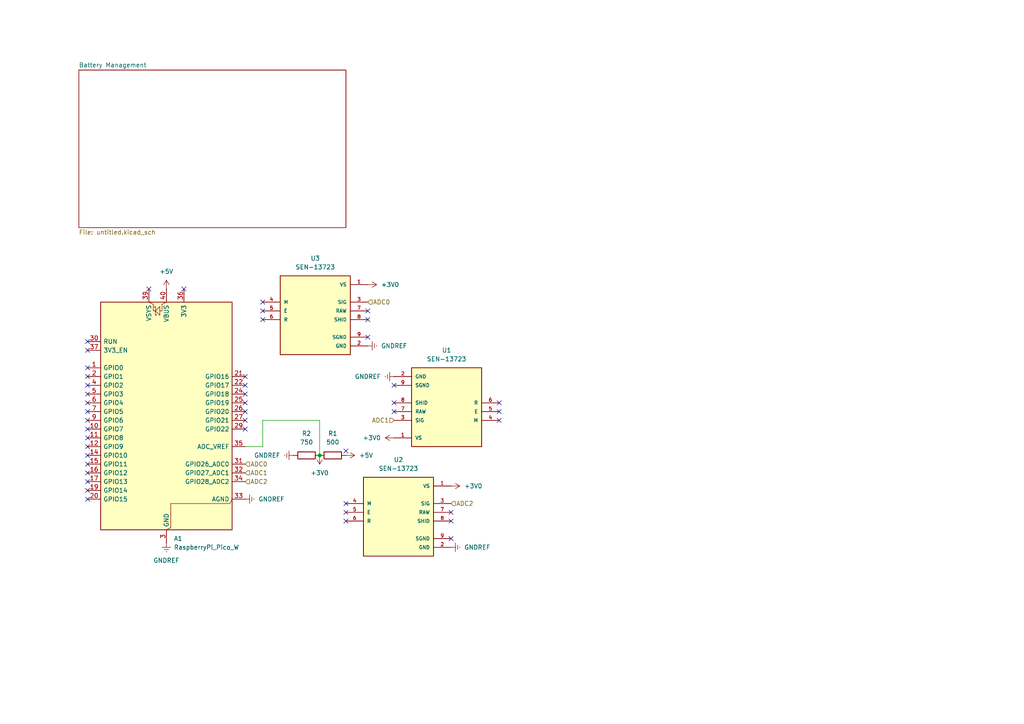
<source format=kicad_sch>
(kicad_sch
	(version 20250114)
	(generator "eeschema")
	(generator_version "9.0")
	(uuid "5e51a07a-a670-43a8-adb6-369afe25155d")
	(paper "A4")
	(lib_symbols
		(symbol "Device:R"
			(pin_numbers
				(hide yes)
			)
			(pin_names
				(offset 0)
			)
			(exclude_from_sim no)
			(in_bom yes)
			(on_board yes)
			(property "Reference" "R"
				(at 2.032 0 90)
				(effects
					(font
						(size 1.27 1.27)
					)
				)
			)
			(property "Value" "R"
				(at 0 0 90)
				(effects
					(font
						(size 1.27 1.27)
					)
				)
			)
			(property "Footprint" ""
				(at -1.778 0 90)
				(effects
					(font
						(size 1.27 1.27)
					)
					(hide yes)
				)
			)
			(property "Datasheet" "~"
				(at 0 0 0)
				(effects
					(font
						(size 1.27 1.27)
					)
					(hide yes)
				)
			)
			(property "Description" "Resistor"
				(at 0 0 0)
				(effects
					(font
						(size 1.27 1.27)
					)
					(hide yes)
				)
			)
			(property "ki_keywords" "R res resistor"
				(at 0 0 0)
				(effects
					(font
						(size 1.27 1.27)
					)
					(hide yes)
				)
			)
			(property "ki_fp_filters" "R_*"
				(at 0 0 0)
				(effects
					(font
						(size 1.27 1.27)
					)
					(hide yes)
				)
			)
			(symbol "R_0_1"
				(rectangle
					(start -1.016 -2.54)
					(end 1.016 2.54)
					(stroke
						(width 0.254)
						(type default)
					)
					(fill
						(type none)
					)
				)
			)
			(symbol "R_1_1"
				(pin passive line
					(at 0 3.81 270)
					(length 1.27)
					(name "~"
						(effects
							(font
								(size 1.27 1.27)
							)
						)
					)
					(number "1"
						(effects
							(font
								(size 1.27 1.27)
							)
						)
					)
				)
				(pin passive line
					(at 0 -3.81 90)
					(length 1.27)
					(name "~"
						(effects
							(font
								(size 1.27 1.27)
							)
						)
					)
					(number "2"
						(effects
							(font
								(size 1.27 1.27)
							)
						)
					)
				)
			)
			(embedded_fonts no)
		)
		(symbol "MCU_Module:RaspberryPi_Pico_W"
			(pin_names
				(offset 0.762)
			)
			(exclude_from_sim no)
			(in_bom yes)
			(on_board yes)
			(property "Reference" "A"
				(at -19.05 35.56 0)
				(effects
					(font
						(size 1.27 1.27)
					)
					(justify left)
				)
			)
			(property "Value" "RaspberryPi_Pico_W"
				(at 7.62 35.56 0)
				(effects
					(font
						(size 1.27 1.27)
					)
					(justify left)
				)
			)
			(property "Footprint" "Module:RaspberryPi_Pico_W_SMD_HandSolder"
				(at 0 -46.99 0)
				(effects
					(font
						(size 1.27 1.27)
					)
					(hide yes)
				)
			)
			(property "Datasheet" "https://datasheets.raspberrypi.com/picow/pico-w-datasheet.pdf"
				(at 0 -49.53 0)
				(effects
					(font
						(size 1.27 1.27)
					)
					(hide yes)
				)
			)
			(property "Description" "Versatile and inexpensive wireless microcontroller module powered by RP2040 dual-core Arm Cortex-M0+ processor up to 133 MHz, 264kB SRAM, 2MB QSPI flash, Infineon CYW43439 2.4GHz 802.11n wireless LAN; also supports Raspberry Pi Pico 2 W"
				(at 0 -52.07 0)
				(effects
					(font
						(size 1.27 1.27)
					)
					(hide yes)
				)
			)
			(property "ki_keywords" "RP2350A M33 RISC-V Hazard3 usb wifi bluetooth"
				(at 0 0 0)
				(effects
					(font
						(size 1.27 1.27)
					)
					(hide yes)
				)
			)
			(property "ki_fp_filters" "RaspberryPi?Pico?Common* RaspberryPi?Pico?W?SMD*"
				(at 0 0 0)
				(effects
					(font
						(size 1.27 1.27)
					)
					(hide yes)
				)
			)
			(symbol "RaspberryPi_Pico_W_0_1"
				(rectangle
					(start -19.05 34.29)
					(end 19.05 -31.75)
					(stroke
						(width 0.254)
						(type default)
					)
					(fill
						(type background)
					)
				)
				(polyline
					(pts
						(xy -5.08 34.29) (xy -3.81 33.655) (xy -3.81 31.75) (xy -3.175 31.75)
					)
					(stroke
						(width 0)
						(type default)
					)
					(fill
						(type none)
					)
				)
				(polyline
					(pts
						(xy -3.429 32.766) (xy -3.429 33.02) (xy -3.175 33.02) (xy -3.175 30.48) (xy -2.921 30.48) (xy -2.921 30.734)
					)
					(stroke
						(width 0)
						(type default)
					)
					(fill
						(type none)
					)
				)
				(polyline
					(pts
						(xy -3.175 31.75) (xy -1.905 33.02) (xy -1.905 30.48) (xy -3.175 31.75)
					)
					(stroke
						(width 0)
						(type default)
					)
					(fill
						(type none)
					)
				)
				(polyline
					(pts
						(xy 0 34.29) (xy -1.27 33.655) (xy -1.27 31.75) (xy -1.905 31.75)
					)
					(stroke
						(width 0)
						(type default)
					)
					(fill
						(type none)
					)
				)
				(polyline
					(pts
						(xy 0 -31.75) (xy 1.27 -31.115) (xy 1.27 -24.13) (xy 18.415 -24.13) (xy 19.05 -22.86)
					)
					(stroke
						(width 0)
						(type default)
					)
					(fill
						(type none)
					)
				)
			)
			(symbol "RaspberryPi_Pico_W_1_1"
				(pin passive line
					(at -22.86 22.86 0)
					(length 3.81)
					(name "RUN"
						(effects
							(font
								(size 1.27 1.27)
							)
						)
					)
					(number "30"
						(effects
							(font
								(size 1.27 1.27)
							)
						)
					)
					(alternate "~{RESET}" passive line)
				)
				(pin passive line
					(at -22.86 20.32 0)
					(length 3.81)
					(name "3V3_EN"
						(effects
							(font
								(size 1.27 1.27)
							)
						)
					)
					(number "37"
						(effects
							(font
								(size 1.27 1.27)
							)
						)
					)
					(alternate "~{3V3_DISABLE}" passive line)
				)
				(pin bidirectional line
					(at -22.86 15.24 0)
					(length 3.81)
					(name "GPIO0"
						(effects
							(font
								(size 1.27 1.27)
							)
						)
					)
					(number "1"
						(effects
							(font
								(size 1.27 1.27)
							)
						)
					)
					(alternate "I2C0_SDA" bidirectional line)
					(alternate "PWM0_A" output line)
					(alternate "SPI0_RX" input line)
					(alternate "UART0_TX" output line)
					(alternate "USB_OVCUR_DET" input line)
				)
				(pin bidirectional line
					(at -22.86 12.7 0)
					(length 3.81)
					(name "GPIO1"
						(effects
							(font
								(size 1.27 1.27)
							)
						)
					)
					(number "2"
						(effects
							(font
								(size 1.27 1.27)
							)
						)
					)
					(alternate "I2C0_SCL" bidirectional clock)
					(alternate "PWM0_B" bidirectional line)
					(alternate "UART0_RX" input line)
					(alternate "USB_VBUS_DET" passive line)
					(alternate "~{SPI0_CSn}" bidirectional line)
				)
				(pin bidirectional line
					(at -22.86 10.16 0)
					(length 3.81)
					(name "GPIO2"
						(effects
							(font
								(size 1.27 1.27)
							)
						)
					)
					(number "4"
						(effects
							(font
								(size 1.27 1.27)
							)
						)
					)
					(alternate "I2C1_SDA" bidirectional line)
					(alternate "PWM1_A" output line)
					(alternate "SPI0_SCK" bidirectional clock)
					(alternate "UART0_CTS" input line)
					(alternate "USB_VBUS_EN" output line)
				)
				(pin bidirectional line
					(at -22.86 7.62 0)
					(length 3.81)
					(name "GPIO3"
						(effects
							(font
								(size 1.27 1.27)
							)
						)
					)
					(number "5"
						(effects
							(font
								(size 1.27 1.27)
							)
						)
					)
					(alternate "I2C1_SCL" bidirectional clock)
					(alternate "PWM1_B" bidirectional line)
					(alternate "SPI0_TX" output line)
					(alternate "UART0_RTS" output line)
					(alternate "USB_OVCUR_DET" input line)
				)
				(pin bidirectional line
					(at -22.86 5.08 0)
					(length 3.81)
					(name "GPIO4"
						(effects
							(font
								(size 1.27 1.27)
							)
						)
					)
					(number "6"
						(effects
							(font
								(size 1.27 1.27)
							)
						)
					)
					(alternate "I2C0_SDA" bidirectional line)
					(alternate "PWM2_A" output line)
					(alternate "SPI0_RX" input line)
					(alternate "UART1_TX" output line)
					(alternate "USB_VBUS_DET" input line)
				)
				(pin bidirectional line
					(at -22.86 2.54 0)
					(length 3.81)
					(name "GPIO5"
						(effects
							(font
								(size 1.27 1.27)
							)
						)
					)
					(number "7"
						(effects
							(font
								(size 1.27 1.27)
							)
						)
					)
					(alternate "I2C0_SCL" bidirectional clock)
					(alternate "PWM2_B" bidirectional line)
					(alternate "UART1_RX" input line)
					(alternate "USB_VBUS_EN" output line)
					(alternate "~{SPI0_CSn}" bidirectional line)
				)
				(pin bidirectional line
					(at -22.86 0 0)
					(length 3.81)
					(name "GPIO6"
						(effects
							(font
								(size 1.27 1.27)
							)
						)
					)
					(number "9"
						(effects
							(font
								(size 1.27 1.27)
							)
						)
					)
					(alternate "I2C1_SDA" bidirectional line)
					(alternate "PWM3_A" output line)
					(alternate "SPI0_SCK" bidirectional clock)
					(alternate "UART1_CTS" input line)
					(alternate "USB_OVCUR_DET" input line)
				)
				(pin bidirectional line
					(at -22.86 -2.54 0)
					(length 3.81)
					(name "GPIO7"
						(effects
							(font
								(size 1.27 1.27)
							)
						)
					)
					(number "10"
						(effects
							(font
								(size 1.27 1.27)
							)
						)
					)
					(alternate "I2C1_SCL" bidirectional clock)
					(alternate "PWM3_B" bidirectional line)
					(alternate "SPI0_TX" output line)
					(alternate "UART1_RTS" output line)
					(alternate "USB_VBUS_DET" input line)
				)
				(pin bidirectional line
					(at -22.86 -5.08 0)
					(length 3.81)
					(name "GPIO8"
						(effects
							(font
								(size 1.27 1.27)
							)
						)
					)
					(number "11"
						(effects
							(font
								(size 1.27 1.27)
							)
						)
					)
					(alternate "I2C0_SDA" bidirectional line)
					(alternate "PWM4_A" output line)
					(alternate "SPI1_RX" input line)
					(alternate "UART1_TX" output line)
					(alternate "USB_VBUS_EN" output line)
				)
				(pin bidirectional line
					(at -22.86 -7.62 0)
					(length 3.81)
					(name "GPIO9"
						(effects
							(font
								(size 1.27 1.27)
							)
						)
					)
					(number "12"
						(effects
							(font
								(size 1.27 1.27)
							)
						)
					)
					(alternate "I2C0_SCL" bidirectional clock)
					(alternate "PWM4_B" bidirectional line)
					(alternate "UART1_RX" input line)
					(alternate "USB_OVCUR_DET" input line)
					(alternate "~{SPI1_CSn}" bidirectional line)
				)
				(pin bidirectional line
					(at -22.86 -10.16 0)
					(length 3.81)
					(name "GPIO10"
						(effects
							(font
								(size 1.27 1.27)
							)
						)
					)
					(number "14"
						(effects
							(font
								(size 1.27 1.27)
							)
						)
					)
					(alternate "I2C1_SDA" bidirectional line)
					(alternate "PWM5_A" output line)
					(alternate "SPI1_SCK" bidirectional clock)
					(alternate "UART1_CTS" input line)
					(alternate "USB_VBUS_DET" input line)
				)
				(pin bidirectional line
					(at -22.86 -12.7 0)
					(length 3.81)
					(name "GPIO11"
						(effects
							(font
								(size 1.27 1.27)
							)
						)
					)
					(number "15"
						(effects
							(font
								(size 1.27 1.27)
							)
						)
					)
					(alternate "I2C1_SCL" bidirectional clock)
					(alternate "PWM5_B" bidirectional line)
					(alternate "SPI1_TX" output line)
					(alternate "UART1_RTS" output line)
					(alternate "USB_VBUS_EN" output line)
				)
				(pin bidirectional line
					(at -22.86 -15.24 0)
					(length 3.81)
					(name "GPIO12"
						(effects
							(font
								(size 1.27 1.27)
							)
						)
					)
					(number "16"
						(effects
							(font
								(size 1.27 1.27)
							)
						)
					)
					(alternate "I2C0_SDA" bidirectional line)
					(alternate "PWM6_A" output line)
					(alternate "SPI1_RX" input line)
					(alternate "UART0_TX" output line)
					(alternate "USB_OVCUR_DET" input line)
				)
				(pin bidirectional line
					(at -22.86 -17.78 0)
					(length 3.81)
					(name "GPIO13"
						(effects
							(font
								(size 1.27 1.27)
							)
						)
					)
					(number "17"
						(effects
							(font
								(size 1.27 1.27)
							)
						)
					)
					(alternate "I2C0_SCL" bidirectional clock)
					(alternate "PWM6_B" bidirectional line)
					(alternate "UART0_RX" input line)
					(alternate "USB_VBUS_DET" input line)
					(alternate "~{SPI1_CSn}" bidirectional line)
				)
				(pin bidirectional line
					(at -22.86 -20.32 0)
					(length 3.81)
					(name "GPIO14"
						(effects
							(font
								(size 1.27 1.27)
							)
						)
					)
					(number "19"
						(effects
							(font
								(size 1.27 1.27)
							)
						)
					)
					(alternate "I2C1_SDA" bidirectional line)
					(alternate "PWM7_A" output line)
					(alternate "SPI1_SCK" bidirectional clock)
					(alternate "UART0_CTS" input line)
					(alternate "USB_VBUS_EN" output line)
				)
				(pin bidirectional line
					(at -22.86 -22.86 0)
					(length 3.81)
					(name "GPIO15"
						(effects
							(font
								(size 1.27 1.27)
							)
						)
					)
					(number "20"
						(effects
							(font
								(size 1.27 1.27)
							)
						)
					)
					(alternate "I2C1_SCL" bidirectional clock)
					(alternate "PWM7_B" bidirectional line)
					(alternate "SPI1_TX" output line)
					(alternate "UART0_RTS" output line)
					(alternate "USB_OVCUR_DET" input line)
				)
				(pin power_in line
					(at -5.08 38.1 270)
					(length 3.81)
					(name "VSYS"
						(effects
							(font
								(size 1.27 1.27)
							)
						)
					)
					(number "39"
						(effects
							(font
								(size 1.27 1.27)
							)
						)
					)
					(alternate "VSYS_OUT" power_out line)
				)
				(pin power_out line
					(at 0 38.1 270)
					(length 3.81)
					(name "VBUS"
						(effects
							(font
								(size 1.27 1.27)
							)
						)
					)
					(number "40"
						(effects
							(font
								(size 1.27 1.27)
							)
						)
					)
					(alternate "VBUS_IN" power_in line)
				)
				(pin passive line
					(at 0 -35.56 90)
					(length 3.81)
					(hide yes)
					(name "GND"
						(effects
							(font
								(size 1.27 1.27)
							)
						)
					)
					(number "13"
						(effects
							(font
								(size 1.27 1.27)
							)
						)
					)
				)
				(pin passive line
					(at 0 -35.56 90)
					(length 3.81)
					(hide yes)
					(name "GND"
						(effects
							(font
								(size 1.27 1.27)
							)
						)
					)
					(number "18"
						(effects
							(font
								(size 1.27 1.27)
							)
						)
					)
				)
				(pin passive line
					(at 0 -35.56 90)
					(length 3.81)
					(hide yes)
					(name "GND"
						(effects
							(font
								(size 1.27 1.27)
							)
						)
					)
					(number "23"
						(effects
							(font
								(size 1.27 1.27)
							)
						)
					)
				)
				(pin passive line
					(at 0 -35.56 90)
					(length 3.81)
					(hide yes)
					(name "GND"
						(effects
							(font
								(size 1.27 1.27)
							)
						)
					)
					(number "28"
						(effects
							(font
								(size 1.27 1.27)
							)
						)
					)
				)
				(pin power_out line
					(at 0 -35.56 90)
					(length 3.81)
					(name "GND"
						(effects
							(font
								(size 1.27 1.27)
							)
						)
					)
					(number "3"
						(effects
							(font
								(size 1.27 1.27)
							)
						)
					)
					(alternate "GND_IN" power_in line)
				)
				(pin passive line
					(at 0 -35.56 90)
					(length 3.81)
					(hide yes)
					(name "GND"
						(effects
							(font
								(size 1.27 1.27)
							)
						)
					)
					(number "38"
						(effects
							(font
								(size 1.27 1.27)
							)
						)
					)
				)
				(pin passive line
					(at 0 -35.56 90)
					(length 3.81)
					(hide yes)
					(name "GND"
						(effects
							(font
								(size 1.27 1.27)
							)
						)
					)
					(number "8"
						(effects
							(font
								(size 1.27 1.27)
							)
						)
					)
				)
				(pin power_out line
					(at 5.08 38.1 270)
					(length 3.81)
					(name "3V3"
						(effects
							(font
								(size 1.27 1.27)
							)
						)
					)
					(number "36"
						(effects
							(font
								(size 1.27 1.27)
							)
						)
					)
				)
				(pin bidirectional line
					(at 22.86 12.7 180)
					(length 3.81)
					(name "GPIO16"
						(effects
							(font
								(size 1.27 1.27)
							)
						)
					)
					(number "21"
						(effects
							(font
								(size 1.27 1.27)
							)
						)
					)
					(alternate "I2C0_SDA" bidirectional line)
					(alternate "PWM0_A" output line)
					(alternate "SPI0_RX" input line)
					(alternate "UART0_TX" output line)
					(alternate "USB_VBUS_DET" input line)
				)
				(pin bidirectional line
					(at 22.86 10.16 180)
					(length 3.81)
					(name "GPIO17"
						(effects
							(font
								(size 1.27 1.27)
							)
						)
					)
					(number "22"
						(effects
							(font
								(size 1.27 1.27)
							)
						)
					)
					(alternate "I2C0_SCL" bidirectional clock)
					(alternate "PWM0_B" bidirectional line)
					(alternate "UART0_RX" input line)
					(alternate "USB_VBUS_EN" output line)
					(alternate "~{SPI0_CSn}" bidirectional line)
				)
				(pin bidirectional line
					(at 22.86 7.62 180)
					(length 3.81)
					(name "GPIO18"
						(effects
							(font
								(size 1.27 1.27)
							)
						)
					)
					(number "24"
						(effects
							(font
								(size 1.27 1.27)
							)
						)
					)
					(alternate "I2C1_SDA" bidirectional line)
					(alternate "PWM1_A" output line)
					(alternate "SPI0_SCK" bidirectional clock)
					(alternate "UART0_CTS" input line)
					(alternate "USB_OVCUR_DET" input line)
				)
				(pin bidirectional line
					(at 22.86 5.08 180)
					(length 3.81)
					(name "GPIO19"
						(effects
							(font
								(size 1.27 1.27)
							)
						)
					)
					(number "25"
						(effects
							(font
								(size 1.27 1.27)
							)
						)
					)
					(alternate "I2C1_SCL" bidirectional clock)
					(alternate "PWM1_B" bidirectional line)
					(alternate "SPI0_TX" output line)
					(alternate "UART0_RTS" output line)
					(alternate "USB_VBUS_DET" input line)
				)
				(pin bidirectional line
					(at 22.86 2.54 180)
					(length 3.81)
					(name "GPIO20"
						(effects
							(font
								(size 1.27 1.27)
							)
						)
					)
					(number "26"
						(effects
							(font
								(size 1.27 1.27)
							)
						)
					)
					(alternate "CLOCK_GPIN0" input clock)
					(alternate "I2C0_SDA" bidirectional line)
					(alternate "PWM2_A" output line)
					(alternate "SPI0_RX" input line)
					(alternate "UART1_TX" output line)
					(alternate "USB_VBUS_EN" output line)
				)
				(pin bidirectional line
					(at 22.86 0 180)
					(length 3.81)
					(name "GPIO21"
						(effects
							(font
								(size 1.27 1.27)
							)
						)
					)
					(number "27"
						(effects
							(font
								(size 1.27 1.27)
							)
						)
					)
					(alternate "CLOCK_GPOUT0" output clock)
					(alternate "I2C0_SCL" bidirectional clock)
					(alternate "PWM2_B" bidirectional line)
					(alternate "UART1_RX" input line)
					(alternate "USB_OVCUR_DET" input line)
					(alternate "~{SPI0_CSn}" bidirectional line)
				)
				(pin bidirectional line
					(at 22.86 -2.54 180)
					(length 3.81)
					(name "GPIO22"
						(effects
							(font
								(size 1.27 1.27)
							)
						)
					)
					(number "29"
						(effects
							(font
								(size 1.27 1.27)
							)
						)
					)
					(alternate "CLOCK_GPIN1" input clock)
					(alternate "I2C1_SDA" bidirectional line)
					(alternate "PWM3_A" output line)
					(alternate "SPI0_SCK" bidirectional clock)
					(alternate "UART1_CTS" input line)
					(alternate "USB_VBUS_DET" input line)
				)
				(pin power_in line
					(at 22.86 -7.62 180)
					(length 3.81)
					(name "ADC_VREF"
						(effects
							(font
								(size 1.27 1.27)
							)
						)
					)
					(number "35"
						(effects
							(font
								(size 1.27 1.27)
							)
						)
					)
				)
				(pin bidirectional line
					(at 22.86 -12.7 180)
					(length 3.81)
					(name "GPIO26_ADC0"
						(effects
							(font
								(size 1.27 1.27)
							)
						)
					)
					(number "31"
						(effects
							(font
								(size 1.27 1.27)
							)
						)
					)
					(alternate "ADC0" input line)
					(alternate "GPIO26" bidirectional line)
					(alternate "I2C1_SDA" bidirectional line)
					(alternate "PWM5_A" output line)
					(alternate "SPI1_SCK" bidirectional clock)
					(alternate "UART1_CTS" input line)
					(alternate "USB_VBUS_EN" output line)
				)
				(pin bidirectional line
					(at 22.86 -15.24 180)
					(length 3.81)
					(name "GPIO27_ADC1"
						(effects
							(font
								(size 1.27 1.27)
							)
						)
					)
					(number "32"
						(effects
							(font
								(size 1.27 1.27)
							)
						)
					)
					(alternate "ADC1" input line)
					(alternate "GPIO27" bidirectional line)
					(alternate "I2C1_SCL" bidirectional clock)
					(alternate "PWM5_B" bidirectional line)
					(alternate "SPI1_TX" output line)
					(alternate "UART1_RTS" output line)
					(alternate "USB_OVCUR_DET" input line)
				)
				(pin bidirectional line
					(at 22.86 -17.78 180)
					(length 3.81)
					(name "GPIO28_ADC2"
						(effects
							(font
								(size 1.27 1.27)
							)
						)
					)
					(number "34"
						(effects
							(font
								(size 1.27 1.27)
							)
						)
					)
					(alternate "ADC2" input line)
					(alternate "GPIO28" bidirectional line)
					(alternate "I2C0_SDA" bidirectional line)
					(alternate "PWM6_A" output line)
					(alternate "SPI1_RX" input line)
					(alternate "UART0_TX" output line)
					(alternate "USB_VBUS_DET" input line)
				)
				(pin power_out line
					(at 22.86 -22.86 180)
					(length 3.81)
					(name "AGND"
						(effects
							(font
								(size 1.27 1.27)
							)
						)
					)
					(number "33"
						(effects
							(font
								(size 1.27 1.27)
							)
						)
					)
					(alternate "GND" passive line)
				)
			)
			(embedded_fonts no)
		)
		(symbol "SEN-13723:SEN-13723"
			(pin_names
				(offset 1.016)
			)
			(exclude_from_sim no)
			(in_bom yes)
			(on_board yes)
			(property "Reference" "U"
				(at -10.16 10.922 0)
				(effects
					(font
						(size 1.27 1.27)
					)
					(justify left bottom)
				)
			)
			(property "Value" "SEN-13723"
				(at -10.16 -15.24 0)
				(effects
					(font
						(size 1.27 1.27)
					)
					(justify left bottom)
				)
			)
			(property "Footprint" "SEN-13723:MODULE_SEN-13723"
				(at 0 0 0)
				(effects
					(font
						(size 1.27 1.27)
					)
					(justify bottom)
					(hide yes)
				)
			)
			(property "Datasheet" ""
				(at 0 0 0)
				(effects
					(font
						(size 1.27 1.27)
					)
					(hide yes)
				)
			)
			(property "Description" ""
				(at 0 0 0)
				(effects
					(font
						(size 1.27 1.27)
					)
					(hide yes)
				)
			)
			(property "MF" "SparkFun Electronics"
				(at 0 0 0)
				(effects
					(font
						(size 1.27 1.27)
					)
					(justify bottom)
					(hide yes)
				)
			)
			(property "Description_1" "- series Medical, Electromyography (EMG) Sensor Evaluation Board"
				(at 0 0 0)
				(effects
					(font
						(size 1.27 1.27)
					)
					(justify bottom)
					(hide yes)
				)
			)
			(property "Package" "None"
				(at 0 0 0)
				(effects
					(font
						(size 1.27 1.27)
					)
					(justify bottom)
					(hide yes)
				)
			)
			(property "Price" "None"
				(at 0 0 0)
				(effects
					(font
						(size 1.27 1.27)
					)
					(justify bottom)
					(hide yes)
				)
			)
			(property "Check_prices" "https://www.snapeda.com/parts/SEN-13723/SparkFun/view-part/?ref=eda"
				(at 0 0 0)
				(effects
					(font
						(size 1.27 1.27)
					)
					(justify bottom)
					(hide yes)
				)
			)
			(property "STANDARD" "Manufacturer Recommendations"
				(at 0 0 0)
				(effects
					(font
						(size 1.27 1.27)
					)
					(justify bottom)
					(hide yes)
				)
			)
			(property "PARTREV" "2015"
				(at 0 0 0)
				(effects
					(font
						(size 1.27 1.27)
					)
					(justify bottom)
					(hide yes)
				)
			)
			(property "SnapEDA_Link" "https://www.snapeda.com/parts/SEN-13723/SparkFun/view-part/?ref=snap"
				(at 0 0 0)
				(effects
					(font
						(size 1.27 1.27)
					)
					(justify bottom)
					(hide yes)
				)
			)
			(property "MP" "SEN-13723"
				(at 0 0 0)
				(effects
					(font
						(size 1.27 1.27)
					)
					(justify bottom)
					(hide yes)
				)
			)
			(property "Availability" "Not in stock"
				(at 0 0 0)
				(effects
					(font
						(size 1.27 1.27)
					)
					(justify bottom)
					(hide yes)
				)
			)
			(property "MANUFACTURER" "SparkFun Electronics"
				(at 0 0 0)
				(effects
					(font
						(size 1.27 1.27)
					)
					(justify bottom)
					(hide yes)
				)
			)
			(symbol "SEN-13723_0_0"
				(rectangle
					(start -10.16 -12.7)
					(end 10.16 10.16)
					(stroke
						(width 0.254)
						(type default)
					)
					(fill
						(type background)
					)
				)
				(pin input line
					(at -15.24 2.54 0)
					(length 5.08)
					(name "M"
						(effects
							(font
								(size 1.016 1.016)
							)
						)
					)
					(number "4"
						(effects
							(font
								(size 1.016 1.016)
							)
						)
					)
				)
				(pin input line
					(at -15.24 0 0)
					(length 5.08)
					(name "E"
						(effects
							(font
								(size 1.016 1.016)
							)
						)
					)
					(number "5"
						(effects
							(font
								(size 1.016 1.016)
							)
						)
					)
				)
				(pin input line
					(at -15.24 -2.54 0)
					(length 5.08)
					(name "R"
						(effects
							(font
								(size 1.016 1.016)
							)
						)
					)
					(number "6"
						(effects
							(font
								(size 1.016 1.016)
							)
						)
					)
				)
				(pin power_in line
					(at 15.24 7.62 180)
					(length 5.08)
					(name "VS"
						(effects
							(font
								(size 1.016 1.016)
							)
						)
					)
					(number "1"
						(effects
							(font
								(size 1.016 1.016)
							)
						)
					)
				)
				(pin output line
					(at 15.24 2.54 180)
					(length 5.08)
					(name "SIG"
						(effects
							(font
								(size 1.016 1.016)
							)
						)
					)
					(number "3"
						(effects
							(font
								(size 1.016 1.016)
							)
						)
					)
				)
				(pin output line
					(at 15.24 0 180)
					(length 5.08)
					(name "RAW"
						(effects
							(font
								(size 1.016 1.016)
							)
						)
					)
					(number "7"
						(effects
							(font
								(size 1.016 1.016)
							)
						)
					)
				)
				(pin output line
					(at 15.24 -2.54 180)
					(length 5.08)
					(name "SHID"
						(effects
							(font
								(size 1.016 1.016)
							)
						)
					)
					(number "8"
						(effects
							(font
								(size 1.016 1.016)
							)
						)
					)
				)
				(pin power_in line
					(at 15.24 -7.62 180)
					(length 5.08)
					(name "SGND"
						(effects
							(font
								(size 1.016 1.016)
							)
						)
					)
					(number "9"
						(effects
							(font
								(size 1.016 1.016)
							)
						)
					)
				)
				(pin power_in line
					(at 15.24 -10.16 180)
					(length 5.08)
					(name "GND"
						(effects
							(font
								(size 1.016 1.016)
							)
						)
					)
					(number "2"
						(effects
							(font
								(size 1.016 1.016)
							)
						)
					)
				)
			)
			(embedded_fonts no)
		)
		(symbol "power:+3V0"
			(power)
			(pin_numbers
				(hide yes)
			)
			(pin_names
				(offset 0)
				(hide yes)
			)
			(exclude_from_sim no)
			(in_bom yes)
			(on_board yes)
			(property "Reference" "#PWR"
				(at 0 -3.81 0)
				(effects
					(font
						(size 1.27 1.27)
					)
					(hide yes)
				)
			)
			(property "Value" "+3V0"
				(at 0 3.556 0)
				(effects
					(font
						(size 1.27 1.27)
					)
				)
			)
			(property "Footprint" ""
				(at 0 0 0)
				(effects
					(font
						(size 1.27 1.27)
					)
					(hide yes)
				)
			)
			(property "Datasheet" ""
				(at 0 0 0)
				(effects
					(font
						(size 1.27 1.27)
					)
					(hide yes)
				)
			)
			(property "Description" "Power symbol creates a global label with name \"+3V0\""
				(at 0 0 0)
				(effects
					(font
						(size 1.27 1.27)
					)
					(hide yes)
				)
			)
			(property "ki_keywords" "global power"
				(at 0 0 0)
				(effects
					(font
						(size 1.27 1.27)
					)
					(hide yes)
				)
			)
			(symbol "+3V0_0_1"
				(polyline
					(pts
						(xy -0.762 1.27) (xy 0 2.54)
					)
					(stroke
						(width 0)
						(type default)
					)
					(fill
						(type none)
					)
				)
				(polyline
					(pts
						(xy 0 2.54) (xy 0.762 1.27)
					)
					(stroke
						(width 0)
						(type default)
					)
					(fill
						(type none)
					)
				)
				(polyline
					(pts
						(xy 0 0) (xy 0 2.54)
					)
					(stroke
						(width 0)
						(type default)
					)
					(fill
						(type none)
					)
				)
			)
			(symbol "+3V0_1_1"
				(pin power_in line
					(at 0 0 90)
					(length 0)
					(name "~"
						(effects
							(font
								(size 1.27 1.27)
							)
						)
					)
					(number "1"
						(effects
							(font
								(size 1.27 1.27)
							)
						)
					)
				)
			)
			(embedded_fonts no)
		)
		(symbol "power:+5V"
			(power)
			(pin_numbers
				(hide yes)
			)
			(pin_names
				(offset 0)
				(hide yes)
			)
			(exclude_from_sim no)
			(in_bom yes)
			(on_board yes)
			(property "Reference" "#PWR"
				(at 0 -3.81 0)
				(effects
					(font
						(size 1.27 1.27)
					)
					(hide yes)
				)
			)
			(property "Value" "+5V"
				(at 0 3.556 0)
				(effects
					(font
						(size 1.27 1.27)
					)
				)
			)
			(property "Footprint" ""
				(at 0 0 0)
				(effects
					(font
						(size 1.27 1.27)
					)
					(hide yes)
				)
			)
			(property "Datasheet" ""
				(at 0 0 0)
				(effects
					(font
						(size 1.27 1.27)
					)
					(hide yes)
				)
			)
			(property "Description" "Power symbol creates a global label with name \"+5V\""
				(at 0 0 0)
				(effects
					(font
						(size 1.27 1.27)
					)
					(hide yes)
				)
			)
			(property "ki_keywords" "global power"
				(at 0 0 0)
				(effects
					(font
						(size 1.27 1.27)
					)
					(hide yes)
				)
			)
			(symbol "+5V_0_1"
				(polyline
					(pts
						(xy -0.762 1.27) (xy 0 2.54)
					)
					(stroke
						(width 0)
						(type default)
					)
					(fill
						(type none)
					)
				)
				(polyline
					(pts
						(xy 0 2.54) (xy 0.762 1.27)
					)
					(stroke
						(width 0)
						(type default)
					)
					(fill
						(type none)
					)
				)
				(polyline
					(pts
						(xy 0 0) (xy 0 2.54)
					)
					(stroke
						(width 0)
						(type default)
					)
					(fill
						(type none)
					)
				)
			)
			(symbol "+5V_1_1"
				(pin power_in line
					(at 0 0 90)
					(length 0)
					(name "~"
						(effects
							(font
								(size 1.27 1.27)
							)
						)
					)
					(number "1"
						(effects
							(font
								(size 1.27 1.27)
							)
						)
					)
				)
			)
			(embedded_fonts no)
		)
		(symbol "power:GNDREF"
			(power)
			(pin_numbers
				(hide yes)
			)
			(pin_names
				(offset 0)
				(hide yes)
			)
			(exclude_from_sim no)
			(in_bom yes)
			(on_board yes)
			(property "Reference" "#PWR"
				(at 0 -6.35 0)
				(effects
					(font
						(size 1.27 1.27)
					)
					(hide yes)
				)
			)
			(property "Value" "GNDREF"
				(at 0 -3.81 0)
				(effects
					(font
						(size 1.27 1.27)
					)
				)
			)
			(property "Footprint" ""
				(at 0 0 0)
				(effects
					(font
						(size 1.27 1.27)
					)
					(hide yes)
				)
			)
			(property "Datasheet" ""
				(at 0 0 0)
				(effects
					(font
						(size 1.27 1.27)
					)
					(hide yes)
				)
			)
			(property "Description" "Power symbol creates a global label with name \"GNDREF\" , reference supply ground"
				(at 0 0 0)
				(effects
					(font
						(size 1.27 1.27)
					)
					(hide yes)
				)
			)
			(property "ki_keywords" "global power"
				(at 0 0 0)
				(effects
					(font
						(size 1.27 1.27)
					)
					(hide yes)
				)
			)
			(symbol "GNDREF_0_1"
				(polyline
					(pts
						(xy -0.635 -1.905) (xy 0.635 -1.905)
					)
					(stroke
						(width 0)
						(type default)
					)
					(fill
						(type none)
					)
				)
				(polyline
					(pts
						(xy -0.127 -2.54) (xy 0.127 -2.54)
					)
					(stroke
						(width 0)
						(type default)
					)
					(fill
						(type none)
					)
				)
				(polyline
					(pts
						(xy 0 -1.27) (xy 0 0)
					)
					(stroke
						(width 0)
						(type default)
					)
					(fill
						(type none)
					)
				)
				(polyline
					(pts
						(xy 1.27 -1.27) (xy -1.27 -1.27)
					)
					(stroke
						(width 0)
						(type default)
					)
					(fill
						(type none)
					)
				)
			)
			(symbol "GNDREF_1_1"
				(pin power_in line
					(at 0 0 270)
					(length 0)
					(name "~"
						(effects
							(font
								(size 1.27 1.27)
							)
						)
					)
					(number "1"
						(effects
							(font
								(size 1.27 1.27)
							)
						)
					)
				)
			)
			(embedded_fonts no)
		)
	)
	(junction
		(at 92.71 132.08)
		(diameter 0)
		(color 0 0 0 0)
		(uuid "092ad116-c08c-42a0-b4d0-1eff5a14a37f")
	)
	(no_connect
		(at 25.4 114.3)
		(uuid "00e71bb1-c0b2-452b-9c0e-0f5b23e9da5d")
	)
	(no_connect
		(at 25.4 132.08)
		(uuid "05928deb-2d6a-497d-b7a2-be0c8197c0ec")
	)
	(no_connect
		(at 25.4 137.16)
		(uuid "098967ca-1dc5-48f8-815b-679e6272451d")
	)
	(no_connect
		(at 25.4 119.38)
		(uuid "10d22f1d-42e1-468a-a3aa-8e7395ecdf4b")
	)
	(no_connect
		(at 144.78 119.38)
		(uuid "1497e970-c444-4cd2-a47f-61f90ee6390c")
	)
	(no_connect
		(at 25.4 121.92)
		(uuid "1782679f-2595-4494-af21-4866ad04bb20")
	)
	(no_connect
		(at 25.4 144.78)
		(uuid "1fcf6712-f762-4d77-adf0-2693fe659ba0")
	)
	(no_connect
		(at 25.4 142.24)
		(uuid "22b1ab16-e378-41d5-8142-45f01d3e8c25")
	)
	(no_connect
		(at 71.12 111.76)
		(uuid "32050c80-414d-4d5c-8144-3c5b1537bc42")
	)
	(no_connect
		(at 25.4 111.76)
		(uuid "36dbe07b-c6ad-4be8-9fb4-2d0a72c1d6f2")
	)
	(no_connect
		(at 25.4 134.62)
		(uuid "3ae78513-5fc4-4852-a412-94a36062978c")
	)
	(no_connect
		(at 114.3 119.38)
		(uuid "46121cc3-fb58-4f57-9c85-1436c4261746")
	)
	(no_connect
		(at 25.4 124.46)
		(uuid "464149b6-4178-4ea0-9440-9c84d38d644c")
	)
	(no_connect
		(at 25.4 116.84)
		(uuid "4b703b8c-be20-46da-a389-2f99e014d29f")
	)
	(no_connect
		(at 100.33 146.05)
		(uuid "53518f5c-4e90-4a33-b03a-1002e95beba9")
	)
	(no_connect
		(at 25.4 109.22)
		(uuid "53902a23-cf09-4ca8-8d77-f7e76774fe92")
	)
	(no_connect
		(at 106.68 90.17)
		(uuid "545924d3-05c5-4536-b598-a72cc834627c")
	)
	(no_connect
		(at 76.2 90.17)
		(uuid "5b649581-9d3f-4625-b5a4-ed8058f99d19")
	)
	(no_connect
		(at 71.12 109.22)
		(uuid "5d226404-7768-4e98-9e71-5010fbe87e4f")
	)
	(no_connect
		(at 76.2 92.71)
		(uuid "6a21ffdf-3cf0-4fc1-bdb1-0c928bf8fd22")
	)
	(no_connect
		(at 71.12 124.46)
		(uuid "70589915-3261-47cc-aa7c-5980f3d0d5a4")
	)
	(no_connect
		(at 114.3 116.84)
		(uuid "7a21a8fb-e051-4624-8ea0-d94f1b8b0c52")
	)
	(no_connect
		(at 100.33 130.81)
		(uuid "7be1b7e3-2604-4c22-b3a7-b04cc072b6f6")
	)
	(no_connect
		(at 76.2 87.63)
		(uuid "8928b280-e29a-428c-aa88-16530c8a021c")
	)
	(no_connect
		(at 25.4 99.06)
		(uuid "8cd821b0-c8da-4359-9880-8946ced4af9a")
	)
	(no_connect
		(at 53.34 83.82)
		(uuid "8cf4785f-8b37-430c-b91c-b3724faddc05")
	)
	(no_connect
		(at 144.78 121.92)
		(uuid "8ddf0e79-dcc7-4b2c-99d9-6b816080e548")
	)
	(no_connect
		(at 130.81 156.21)
		(uuid "8fe403e1-8b40-4921-9d56-55661cbf3862")
	)
	(no_connect
		(at 130.81 148.59)
		(uuid "910b8edb-767d-40e5-9101-3f421322c927")
	)
	(no_connect
		(at 71.12 116.84)
		(uuid "91c77834-7bc2-469f-8611-a184d1996a55")
	)
	(no_connect
		(at 100.33 151.13)
		(uuid "9eddeef8-8c7e-46e1-bacc-d9b38a1017e4")
	)
	(no_connect
		(at 71.12 114.3)
		(uuid "a08c8389-7d1c-40be-a558-9eae0201c2ea")
	)
	(no_connect
		(at 100.33 148.59)
		(uuid "a865d59d-6800-43d3-b777-ed18937f2506")
	)
	(no_connect
		(at 71.12 119.38)
		(uuid "abad92bc-5565-4fcd-aa45-ab9b5cb3c4e2")
	)
	(no_connect
		(at 25.4 129.54)
		(uuid "b6abd498-45a6-48ab-8f4f-a2b50460dd69")
	)
	(no_connect
		(at 25.4 106.68)
		(uuid "bd6b9e14-fce4-48c1-8042-6244a9ffd796")
	)
	(no_connect
		(at 25.4 101.6)
		(uuid "bdff973f-b6ba-4a88-9049-cc0658de09e5")
	)
	(no_connect
		(at 106.68 97.79)
		(uuid "bf957c2b-4709-42e3-9d2f-d7f229979dba")
	)
	(no_connect
		(at 71.12 121.92)
		(uuid "c017cd6e-2506-4c3c-99aa-828ba777a1b9")
	)
	(no_connect
		(at 25.4 127)
		(uuid "c853f94e-9fb7-4c1b-ad4f-1f6eaa69aa05")
	)
	(no_connect
		(at 106.68 92.71)
		(uuid "d2a8aec9-e746-4405-b647-639cb03b1120")
	)
	(no_connect
		(at 43.18 83.82)
		(uuid "d431f485-e984-4182-b660-6528a0e2f42f")
	)
	(no_connect
		(at 25.4 139.7)
		(uuid "dc461ea5-983c-43fd-83a5-46d43731a7c7")
	)
	(no_connect
		(at 130.81 151.13)
		(uuid "eaa38e70-c903-4fef-a991-af71ab31120b")
	)
	(no_connect
		(at 144.78 116.84)
		(uuid "f6de167d-ced2-47e2-b412-2082d7e6f03d")
	)
	(no_connect
		(at 114.3 111.76)
		(uuid "ffce5a13-74ad-4b6c-8b5c-66513f2cc7e7")
	)
	(wire
		(pts
			(xy 92.71 132.08) (xy 92.71 121.92)
		)
		(stroke
			(width 0)
			(type default)
		)
		(uuid "0c7fabcf-281b-4b51-8a2e-18767f69529b")
	)
	(wire
		(pts
			(xy 76.2 129.54) (xy 71.12 129.54)
		)
		(stroke
			(width 0)
			(type default)
		)
		(uuid "6d50add3-04e0-4191-a6e7-4493f1139815")
	)
	(wire
		(pts
			(xy 92.71 121.92) (xy 76.2 121.92)
		)
		(stroke
			(width 0)
			(type default)
		)
		(uuid "6ebb720f-e768-441e-9ce4-4ebe0107d5dd")
	)
	(wire
		(pts
			(xy 76.2 121.92) (xy 76.2 129.54)
		)
		(stroke
			(width 0)
			(type default)
		)
		(uuid "c50af07f-d3c6-4420-8a26-62d15f099484")
	)
	(hierarchical_label "ADC1"
		(shape input)
		(at 114.3 121.92 180)
		(effects
			(font
				(size 1.27 1.27)
			)
			(justify right)
		)
		(uuid "49d3dfe8-8173-4072-bec4-552e22b89b9b")
	)
	(hierarchical_label "ADC0"
		(shape input)
		(at 71.12 134.62 0)
		(effects
			(font
				(size 1.27 1.27)
			)
			(justify left)
		)
		(uuid "678acf84-c091-4291-9a01-de70f56a2ef0")
	)
	(hierarchical_label "ADC2"
		(shape input)
		(at 71.12 139.7 0)
		(effects
			(font
				(size 1.27 1.27)
			)
			(justify left)
		)
		(uuid "71e20ed8-80be-445a-8b67-26a7bfeb4441")
	)
	(hierarchical_label "ADC0"
		(shape input)
		(at 106.68 87.63 0)
		(effects
			(font
				(size 1.27 1.27)
			)
			(justify left)
		)
		(uuid "c8f5e68a-d78b-41f8-bc1e-310225ce2e7d")
	)
	(hierarchical_label "ADC1"
		(shape input)
		(at 71.12 137.16 0)
		(effects
			(font
				(size 1.27 1.27)
			)
			(justify left)
		)
		(uuid "f6778de1-4217-4914-85c5-c763aa4f8831")
	)
	(hierarchical_label "ADC2"
		(shape input)
		(at 130.81 146.05 0)
		(effects
			(font
				(size 1.27 1.27)
			)
			(justify left)
		)
		(uuid "fd26595f-b79f-48d9-940a-c94f9f8718b1")
	)
	(symbol
		(lib_id "power:GNDREF")
		(at 106.68 100.33 90)
		(unit 1)
		(exclude_from_sim no)
		(in_bom yes)
		(on_board yes)
		(dnp no)
		(fields_autoplaced yes)
		(uuid "2131724e-f714-4a15-b227-91cfe57e16a8")
		(property "Reference" "#PWR012"
			(at 113.03 100.33 0)
			(effects
				(font
					(size 1.27 1.27)
				)
				(hide yes)
			)
		)
		(property "Value" "GNDREF"
			(at 110.49 100.3299 90)
			(effects
				(font
					(size 1.27 1.27)
				)
				(justify right)
			)
		)
		(property "Footprint" ""
			(at 106.68 100.33 0)
			(effects
				(font
					(size 1.27 1.27)
				)
				(hide yes)
			)
		)
		(property "Datasheet" ""
			(at 106.68 100.33 0)
			(effects
				(font
					(size 1.27 1.27)
				)
				(hide yes)
			)
		)
		(property "Description" "Power symbol creates a global label with name \"GNDREF\" , reference supply ground"
			(at 106.68 100.33 0)
			(effects
				(font
					(size 1.27 1.27)
				)
				(hide yes)
			)
		)
		(pin "1"
			(uuid "b1d36c38-bf8d-40dc-a5b8-a8d1e56a2c62")
		)
		(instances
			(project "kicad"
				(path "/5e51a07a-a670-43a8-adb6-369afe25155d"
					(reference "#PWR012")
					(unit 1)
				)
			)
		)
	)
	(symbol
		(lib_id "power:+5V")
		(at 100.33 132.08 270)
		(unit 1)
		(exclude_from_sim no)
		(in_bom yes)
		(on_board yes)
		(dnp no)
		(fields_autoplaced yes)
		(uuid "23bab5fd-d68f-4cc3-8a96-3cec0ffb4106")
		(property "Reference" "#PWR03"
			(at 96.52 132.08 0)
			(effects
				(font
					(size 1.27 1.27)
				)
				(hide yes)
			)
		)
		(property "Value" "+5V"
			(at 104.14 132.0799 90)
			(effects
				(font
					(size 1.27 1.27)
				)
				(justify left)
			)
		)
		(property "Footprint" ""
			(at 100.33 132.08 0)
			(effects
				(font
					(size 1.27 1.27)
				)
				(hide yes)
			)
		)
		(property "Datasheet" ""
			(at 100.33 132.08 0)
			(effects
				(font
					(size 1.27 1.27)
				)
				(hide yes)
			)
		)
		(property "Description" "Power symbol creates a global label with name \"+5V\""
			(at 100.33 132.08 0)
			(effects
				(font
					(size 1.27 1.27)
				)
				(hide yes)
			)
		)
		(pin "1"
			(uuid "36103029-51dd-4f0a-a7b6-84ce60213170")
		)
		(instances
			(project ""
				(path "/5e51a07a-a670-43a8-adb6-369afe25155d"
					(reference "#PWR03")
					(unit 1)
				)
			)
		)
	)
	(symbol
		(lib_id "power:+5V")
		(at 48.26 83.82 0)
		(unit 1)
		(exclude_from_sim no)
		(in_bom yes)
		(on_board yes)
		(dnp no)
		(fields_autoplaced yes)
		(uuid "673b3285-a8df-4b15-bab5-0b93a0e56ae1")
		(property "Reference" "#PWR01"
			(at 48.26 87.63 0)
			(effects
				(font
					(size 1.27 1.27)
				)
				(hide yes)
			)
		)
		(property "Value" "+5V"
			(at 48.26 78.74 0)
			(effects
				(font
					(size 1.27 1.27)
				)
			)
		)
		(property "Footprint" ""
			(at 48.26 83.82 0)
			(effects
				(font
					(size 1.27 1.27)
				)
				(hide yes)
			)
		)
		(property "Datasheet" ""
			(at 48.26 83.82 0)
			(effects
				(font
					(size 1.27 1.27)
				)
				(hide yes)
			)
		)
		(property "Description" "Power symbol creates a global label with name \"+5V\""
			(at 48.26 83.82 0)
			(effects
				(font
					(size 1.27 1.27)
				)
				(hide yes)
			)
		)
		(pin "1"
			(uuid "4b293b26-d61d-4e65-a1fd-545d39b72e1f")
		)
		(instances
			(project ""
				(path "/5e51a07a-a670-43a8-adb6-369afe25155d"
					(reference "#PWR01")
					(unit 1)
				)
			)
		)
	)
	(symbol
		(lib_id "SEN-13723:SEN-13723")
		(at 129.54 119.38 180)
		(unit 1)
		(exclude_from_sim no)
		(in_bom yes)
		(on_board yes)
		(dnp no)
		(fields_autoplaced yes)
		(uuid "6dcf414a-1f97-45ec-958b-8127086fcbec")
		(property "Reference" "U1"
			(at 129.54 101.6 0)
			(effects
				(font
					(size 1.27 1.27)
				)
			)
		)
		(property "Value" "SEN-13723"
			(at 129.54 104.14 0)
			(effects
				(font
					(size 1.27 1.27)
				)
			)
		)
		(property "Footprint" "SEN-13723:MODULE_SEN-13723"
			(at 129.54 119.38 0)
			(effects
				(font
					(size 1.27 1.27)
				)
				(justify bottom)
				(hide yes)
			)
		)
		(property "Datasheet" ""
			(at 129.54 119.38 0)
			(effects
				(font
					(size 1.27 1.27)
				)
				(hide yes)
			)
		)
		(property "Description" ""
			(at 129.54 119.38 0)
			(effects
				(font
					(size 1.27 1.27)
				)
				(hide yes)
			)
		)
		(property "MF" "SparkFun Electronics"
			(at 129.54 119.38 0)
			(effects
				(font
					(size 1.27 1.27)
				)
				(justify bottom)
				(hide yes)
			)
		)
		(property "Description_1" "- series Medical, Electromyography (EMG) Sensor Evaluation Board"
			(at 129.54 119.38 0)
			(effects
				(font
					(size 1.27 1.27)
				)
				(justify bottom)
				(hide yes)
			)
		)
		(property "Package" "None"
			(at 129.54 119.38 0)
			(effects
				(font
					(size 1.27 1.27)
				)
				(justify bottom)
				(hide yes)
			)
		)
		(property "Price" "None"
			(at 129.54 119.38 0)
			(effects
				(font
					(size 1.27 1.27)
				)
				(justify bottom)
				(hide yes)
			)
		)
		(property "Check_prices" "https://www.snapeda.com/parts/SEN-13723/SparkFun/view-part/?ref=eda"
			(at 129.54 119.38 0)
			(effects
				(font
					(size 1.27 1.27)
				)
				(justify bottom)
				(hide yes)
			)
		)
		(property "STANDARD" "Manufacturer Recommendations"
			(at 129.54 119.38 0)
			(effects
				(font
					(size 1.27 1.27)
				)
				(justify bottom)
				(hide yes)
			)
		)
		(property "PARTREV" "2015"
			(at 129.54 119.38 0)
			(effects
				(font
					(size 1.27 1.27)
				)
				(justify bottom)
				(hide yes)
			)
		)
		(property "SnapEDA_Link" "https://www.snapeda.com/parts/SEN-13723/SparkFun/view-part/?ref=snap"
			(at 129.54 119.38 0)
			(effects
				(font
					(size 1.27 1.27)
				)
				(justify bottom)
				(hide yes)
			)
		)
		(property "MP" "SEN-13723"
			(at 129.54 119.38 0)
			(effects
				(font
					(size 1.27 1.27)
				)
				(justify bottom)
				(hide yes)
			)
		)
		(property "Availability" "Not in stock"
			(at 129.54 119.38 0)
			(effects
				(font
					(size 1.27 1.27)
				)
				(justify bottom)
				(hide yes)
			)
		)
		(property "MANUFACTURER" "SparkFun Electronics"
			(at 129.54 119.38 0)
			(effects
				(font
					(size 1.27 1.27)
				)
				(justify bottom)
				(hide yes)
			)
		)
		(pin "2"
			(uuid "ae9d8e7a-1ff7-4eeb-91d5-6bdc67319d2f")
		)
		(pin "5"
			(uuid "f1b6e761-d480-46c4-babf-b4462b5b6118")
		)
		(pin "6"
			(uuid "54f0571b-527a-4d24-a9b7-b1981ffca263")
		)
		(pin "3"
			(uuid "ddc18a95-24ed-4401-a693-3853586d2cba")
		)
		(pin "4"
			(uuid "e5112122-6a86-4e5d-b6d6-645a94c2534d")
		)
		(pin "7"
			(uuid "003d7cde-669b-43be-bd4b-fc5d5c470b55")
		)
		(pin "8"
			(uuid "ca38ffee-1371-4350-8db6-1f40e043e6d7")
		)
		(pin "1"
			(uuid "c0f73391-55cf-477d-b323-5ff5a3a77ce1")
		)
		(pin "9"
			(uuid "b3b8c2f7-460f-4501-9db4-8005fc83af86")
		)
		(instances
			(project ""
				(path "/5e51a07a-a670-43a8-adb6-369afe25155d"
					(reference "U1")
					(unit 1)
				)
			)
		)
	)
	(symbol
		(lib_id "power:+3V0")
		(at 130.81 140.97 270)
		(unit 1)
		(exclude_from_sim no)
		(in_bom yes)
		(on_board yes)
		(dnp no)
		(fields_autoplaced yes)
		(uuid "722d7078-40c9-4fd3-8cb8-980607816f38")
		(property "Reference" "#PWR09"
			(at 127 140.97 0)
			(effects
				(font
					(size 1.27 1.27)
				)
				(hide yes)
			)
		)
		(property "Value" "+3V0"
			(at 134.62 140.9699 90)
			(effects
				(font
					(size 1.27 1.27)
				)
				(justify left)
			)
		)
		(property "Footprint" ""
			(at 130.81 140.97 0)
			(effects
				(font
					(size 1.27 1.27)
				)
				(hide yes)
			)
		)
		(property "Datasheet" ""
			(at 130.81 140.97 0)
			(effects
				(font
					(size 1.27 1.27)
				)
				(hide yes)
			)
		)
		(property "Description" "Power symbol creates a global label with name \"+3V0\""
			(at 130.81 140.97 0)
			(effects
				(font
					(size 1.27 1.27)
				)
				(hide yes)
			)
		)
		(pin "1"
			(uuid "f5c05263-35aa-4c67-8e52-4c5add9cc6ec")
		)
		(instances
			(project ""
				(path "/5e51a07a-a670-43a8-adb6-369afe25155d"
					(reference "#PWR09")
					(unit 1)
				)
			)
		)
	)
	(symbol
		(lib_id "SEN-13723:SEN-13723")
		(at 91.44 90.17 0)
		(unit 1)
		(exclude_from_sim no)
		(in_bom yes)
		(on_board yes)
		(dnp no)
		(fields_autoplaced yes)
		(uuid "741d0b83-5488-4632-8d23-80c620bdff9a")
		(property "Reference" "U3"
			(at 91.44 74.93 0)
			(effects
				(font
					(size 1.27 1.27)
				)
			)
		)
		(property "Value" "SEN-13723"
			(at 91.44 77.47 0)
			(effects
				(font
					(size 1.27 1.27)
				)
			)
		)
		(property "Footprint" "SEN-13723:MODULE_SEN-13723"
			(at 91.44 90.17 0)
			(effects
				(font
					(size 1.27 1.27)
				)
				(justify bottom)
				(hide yes)
			)
		)
		(property "Datasheet" ""
			(at 91.44 90.17 0)
			(effects
				(font
					(size 1.27 1.27)
				)
				(hide yes)
			)
		)
		(property "Description" ""
			(at 91.44 90.17 0)
			(effects
				(font
					(size 1.27 1.27)
				)
				(hide yes)
			)
		)
		(property "MF" "SparkFun Electronics"
			(at 91.44 90.17 0)
			(effects
				(font
					(size 1.27 1.27)
				)
				(justify bottom)
				(hide yes)
			)
		)
		(property "Description_1" "- series Medical, Electromyography (EMG) Sensor Evaluation Board"
			(at 91.44 90.17 0)
			(effects
				(font
					(size 1.27 1.27)
				)
				(justify bottom)
				(hide yes)
			)
		)
		(property "Package" "None"
			(at 91.44 90.17 0)
			(effects
				(font
					(size 1.27 1.27)
				)
				(justify bottom)
				(hide yes)
			)
		)
		(property "Price" "None"
			(at 91.44 90.17 0)
			(effects
				(font
					(size 1.27 1.27)
				)
				(justify bottom)
				(hide yes)
			)
		)
		(property "Check_prices" "https://www.snapeda.com/parts/SEN-13723/SparkFun/view-part/?ref=eda"
			(at 91.44 90.17 0)
			(effects
				(font
					(size 1.27 1.27)
				)
				(justify bottom)
				(hide yes)
			)
		)
		(property "STANDARD" "Manufacturer Recommendations"
			(at 91.44 90.17 0)
			(effects
				(font
					(size 1.27 1.27)
				)
				(justify bottom)
				(hide yes)
			)
		)
		(property "PARTREV" "2015"
			(at 91.44 90.17 0)
			(effects
				(font
					(size 1.27 1.27)
				)
				(justify bottom)
				(hide yes)
			)
		)
		(property "SnapEDA_Link" "https://www.snapeda.com/parts/SEN-13723/SparkFun/view-part/?ref=snap"
			(at 91.44 90.17 0)
			(effects
				(font
					(size 1.27 1.27)
				)
				(justify bottom)
				(hide yes)
			)
		)
		(property "MP" "SEN-13723"
			(at 91.44 90.17 0)
			(effects
				(font
					(size 1.27 1.27)
				)
				(justify bottom)
				(hide yes)
			)
		)
		(property "Availability" "Not in stock"
			(at 91.44 90.17 0)
			(effects
				(font
					(size 1.27 1.27)
				)
				(justify bottom)
				(hide yes)
			)
		)
		(property "MANUFACTURER" "SparkFun Electronics"
			(at 91.44 90.17 0)
			(effects
				(font
					(size 1.27 1.27)
				)
				(justify bottom)
				(hide yes)
			)
		)
		(pin "4"
			(uuid "ef184c31-af08-451a-a659-0cf99c42b193")
		)
		(pin "8"
			(uuid "03c23167-475e-4ef9-9fa3-ab23d973c98f")
		)
		(pin "3"
			(uuid "7fb1449c-820c-4073-9ffc-27060d4ba31a")
		)
		(pin "6"
			(uuid "fd8589d6-61e2-45e9-8aac-2d126d777e92")
		)
		(pin "2"
			(uuid "593b3bac-fd91-4bf6-9bf2-3dc63cba1c7d")
		)
		(pin "1"
			(uuid "939f27a1-ee81-45b4-a816-e0b0988a8f45")
		)
		(pin "5"
			(uuid "fd707ee7-e3a9-4e0d-928f-c4ba2c309fa0")
		)
		(pin "9"
			(uuid "4ed3ca80-8238-4dc8-aaeb-206aa96accf1")
		)
		(pin "7"
			(uuid "c71d0ffe-8352-4e20-b696-68442231136a")
		)
		(instances
			(project ""
				(path "/5e51a07a-a670-43a8-adb6-369afe25155d"
					(reference "U3")
					(unit 1)
				)
			)
		)
	)
	(symbol
		(lib_id "power:GNDREF")
		(at 130.81 158.75 90)
		(unit 1)
		(exclude_from_sim no)
		(in_bom yes)
		(on_board yes)
		(dnp no)
		(fields_autoplaced yes)
		(uuid "8516fc24-6447-49fc-9dc6-73a48db3650c")
		(property "Reference" "#PWR010"
			(at 137.16 158.75 0)
			(effects
				(font
					(size 1.27 1.27)
				)
				(hide yes)
			)
		)
		(property "Value" "GNDREF"
			(at 134.62 158.7499 90)
			(effects
				(font
					(size 1.27 1.27)
				)
				(justify right)
			)
		)
		(property "Footprint" ""
			(at 130.81 158.75 0)
			(effects
				(font
					(size 1.27 1.27)
				)
				(hide yes)
			)
		)
		(property "Datasheet" ""
			(at 130.81 158.75 0)
			(effects
				(font
					(size 1.27 1.27)
				)
				(hide yes)
			)
		)
		(property "Description" "Power symbol creates a global label with name \"GNDREF\" , reference supply ground"
			(at 130.81 158.75 0)
			(effects
				(font
					(size 1.27 1.27)
				)
				(hide yes)
			)
		)
		(pin "1"
			(uuid "3d34dfcd-cc6e-43c3-abf7-05e392343472")
		)
		(instances
			(project ""
				(path "/5e51a07a-a670-43a8-adb6-369afe25155d"
					(reference "#PWR010")
					(unit 1)
				)
			)
		)
	)
	(symbol
		(lib_id "Device:R")
		(at 96.52 132.08 90)
		(unit 1)
		(exclude_from_sim no)
		(in_bom yes)
		(on_board yes)
		(dnp no)
		(fields_autoplaced yes)
		(uuid "8fed17b2-dd71-4b8a-b446-49a347ecd7b6")
		(property "Reference" "R1"
			(at 96.52 125.73 90)
			(effects
				(font
					(size 1.27 1.27)
				)
			)
		)
		(property "Value" "500"
			(at 96.52 128.27 90)
			(effects
				(font
					(size 1.27 1.27)
				)
			)
		)
		(property "Footprint" "Resistor_SMD:R_0402_1005Metric"
			(at 96.52 133.858 90)
			(effects
				(font
					(size 1.27 1.27)
				)
				(hide yes)
			)
		)
		(property "Datasheet" "~"
			(at 96.52 132.08 0)
			(effects
				(font
					(size 1.27 1.27)
				)
				(hide yes)
			)
		)
		(property "Description" "Resistor"
			(at 96.52 132.08 0)
			(effects
				(font
					(size 1.27 1.27)
				)
				(hide yes)
			)
		)
		(pin "1"
			(uuid "f7ecbd38-453c-40c4-b523-5c42b5e55ba1")
		)
		(pin "2"
			(uuid "1e6a4e5b-7e76-494a-bf40-6dfcf06eede4")
		)
		(instances
			(project ""
				(path "/5e51a07a-a670-43a8-adb6-369afe25155d"
					(reference "R1")
					(unit 1)
				)
			)
		)
	)
	(symbol
		(lib_id "power:GNDREF")
		(at 71.12 144.78 90)
		(unit 1)
		(exclude_from_sim no)
		(in_bom yes)
		(on_board yes)
		(dnp no)
		(fields_autoplaced yes)
		(uuid "9d9537b1-e231-4ce3-bd40-4b2a93209e8e")
		(property "Reference" "#PWR05"
			(at 77.47 144.78 0)
			(effects
				(font
					(size 1.27 1.27)
				)
				(hide yes)
			)
		)
		(property "Value" "GNDREF"
			(at 74.93 144.7799 90)
			(effects
				(font
					(size 1.27 1.27)
				)
				(justify right)
			)
		)
		(property "Footprint" ""
			(at 71.12 144.78 0)
			(effects
				(font
					(size 1.27 1.27)
				)
				(hide yes)
			)
		)
		(property "Datasheet" ""
			(at 71.12 144.78 0)
			(effects
				(font
					(size 1.27 1.27)
				)
				(hide yes)
			)
		)
		(property "Description" "Power symbol creates a global label with name \"GNDREF\" , reference supply ground"
			(at 71.12 144.78 0)
			(effects
				(font
					(size 1.27 1.27)
				)
				(hide yes)
			)
		)
		(pin "1"
			(uuid "79546720-4df8-4130-9666-bfbc93d02f47")
		)
		(instances
			(project ""
				(path "/5e51a07a-a670-43a8-adb6-369afe25155d"
					(reference "#PWR05")
					(unit 1)
				)
			)
		)
	)
	(symbol
		(lib_id "power:GNDREF")
		(at 85.09 132.08 270)
		(unit 1)
		(exclude_from_sim no)
		(in_bom yes)
		(on_board yes)
		(dnp no)
		(fields_autoplaced yes)
		(uuid "b7b48d2b-b8c1-4535-a765-8e261ad577c1")
		(property "Reference" "#PWR04"
			(at 78.74 132.08 0)
			(effects
				(font
					(size 1.27 1.27)
				)
				(hide yes)
			)
		)
		(property "Value" "GNDREF"
			(at 81.28 132.0799 90)
			(effects
				(font
					(size 1.27 1.27)
				)
				(justify right)
			)
		)
		(property "Footprint" ""
			(at 85.09 132.08 0)
			(effects
				(font
					(size 1.27 1.27)
				)
				(hide yes)
			)
		)
		(property "Datasheet" ""
			(at 85.09 132.08 0)
			(effects
				(font
					(size 1.27 1.27)
				)
				(hide yes)
			)
		)
		(property "Description" "Power symbol creates a global label with name \"GNDREF\" , reference supply ground"
			(at 85.09 132.08 0)
			(effects
				(font
					(size 1.27 1.27)
				)
				(hide yes)
			)
		)
		(pin "1"
			(uuid "1af0483d-7690-4fcd-a0d1-aa597d7600f1")
		)
		(instances
			(project ""
				(path "/5e51a07a-a670-43a8-adb6-369afe25155d"
					(reference "#PWR04")
					(unit 1)
				)
			)
		)
	)
	(symbol
		(lib_id "power:+3V0")
		(at 114.3 127 90)
		(unit 1)
		(exclude_from_sim no)
		(in_bom yes)
		(on_board yes)
		(dnp no)
		(fields_autoplaced yes)
		(uuid "c24a36c7-da52-4a61-b822-eb801254e7ea")
		(property "Reference" "#PWR08"
			(at 118.11 127 0)
			(effects
				(font
					(size 1.27 1.27)
				)
				(hide yes)
			)
		)
		(property "Value" "+3V0"
			(at 110.49 126.9999 90)
			(effects
				(font
					(size 1.27 1.27)
				)
				(justify left)
			)
		)
		(property "Footprint" ""
			(at 114.3 127 0)
			(effects
				(font
					(size 1.27 1.27)
				)
				(hide yes)
			)
		)
		(property "Datasheet" ""
			(at 114.3 127 0)
			(effects
				(font
					(size 1.27 1.27)
				)
				(hide yes)
			)
		)
		(property "Description" "Power symbol creates a global label with name \"+3V0\""
			(at 114.3 127 0)
			(effects
				(font
					(size 1.27 1.27)
				)
				(hide yes)
			)
		)
		(pin "1"
			(uuid "d150797b-3400-4cca-a2e5-afafb347907c")
		)
		(instances
			(project ""
				(path "/5e51a07a-a670-43a8-adb6-369afe25155d"
					(reference "#PWR08")
					(unit 1)
				)
			)
		)
	)
	(symbol
		(lib_id "MCU_Module:RaspberryPi_Pico_W")
		(at 48.26 121.92 0)
		(unit 1)
		(exclude_from_sim no)
		(in_bom yes)
		(on_board yes)
		(dnp no)
		(fields_autoplaced yes)
		(uuid "c488844d-10c0-4ebe-8972-1a663757a0eb")
		(property "Reference" "A1"
			(at 50.4033 156.21 0)
			(effects
				(font
					(size 1.27 1.27)
				)
				(justify left)
			)
		)
		(property "Value" "RaspberryPi_Pico_W"
			(at 50.4033 158.75 0)
			(effects
				(font
					(size 1.27 1.27)
				)
				(justify left)
			)
		)
		(property "Footprint" "Module:RaspberryPi_Pico_W_SMD_HandSolder"
			(at 48.26 168.91 0)
			(effects
				(font
					(size 1.27 1.27)
				)
				(hide yes)
			)
		)
		(property "Datasheet" "https://datasheets.raspberrypi.com/picow/pico-w-datasheet.pdf"
			(at 48.26 171.45 0)
			(effects
				(font
					(size 1.27 1.27)
				)
				(hide yes)
			)
		)
		(property "Description" "Versatile and inexpensive wireless microcontroller module powered by RP2040 dual-core Arm Cortex-M0+ processor up to 133 MHz, 264kB SRAM, 2MB QSPI flash, Infineon CYW43439 2.4GHz 802.11n wireless LAN; also supports Raspberry Pi Pico 2 W"
			(at 48.26 173.99 0)
			(effects
				(font
					(size 1.27 1.27)
				)
				(hide yes)
			)
		)
		(pin "18"
			(uuid "710564b1-d4a0-4c3d-9278-bbb5647e6cb4")
		)
		(pin "4"
			(uuid "04b59b38-bcab-49f9-8134-dc7c6fdf8587")
		)
		(pin "11"
			(uuid "bf3444fd-11a8-477f-a09e-c587261f9445")
		)
		(pin "16"
			(uuid "5df84476-43e7-4b22-aca8-b8e3d97f98fd")
		)
		(pin "19"
			(uuid "0c757bda-bfc2-4ef4-8bf7-91666e1b1121")
		)
		(pin "21"
			(uuid "3228ac4c-47c3-42b4-9312-d4dcaf9a8b45")
		)
		(pin "14"
			(uuid "d89044fd-3707-4b38-b0a5-cecde2fa5005")
		)
		(pin "39"
			(uuid "a577dc42-3f65-4c9b-b67e-3bf2baa01c0b")
		)
		(pin "30"
			(uuid "516accba-fcb6-480e-be6e-5c77461fc995")
		)
		(pin "17"
			(uuid "2fac5da4-97ac-4c77-a567-95814f722813")
		)
		(pin "40"
			(uuid "a8d6be30-a3cd-4705-8da0-6ed65797b7ce")
		)
		(pin "35"
			(uuid "ce800b6f-5865-49aa-ae5b-75c567fd6aec")
		)
		(pin "9"
			(uuid "7abc0374-a006-4d12-9c2f-a2c3f8d6f693")
		)
		(pin "5"
			(uuid "0051b7b4-0bda-418a-83a1-168e246ebbf7")
		)
		(pin "2"
			(uuid "7075da64-ea6e-45d4-a2b7-e88ef90ee105")
		)
		(pin "6"
			(uuid "c0af29d1-f971-4d2d-9a0b-5d0c64e0371a")
		)
		(pin "10"
			(uuid "82fbc4b5-58b2-404a-baca-89b8cb674f5f")
		)
		(pin "12"
			(uuid "43034f02-43d4-4eb6-94be-0bd60521a5e9")
		)
		(pin "1"
			(uuid "3747b6d0-fbb5-49f2-9cbe-8c5efee38f0a")
		)
		(pin "15"
			(uuid "9a4595fd-a913-4ef9-9e49-fd23cc80248f")
		)
		(pin "37"
			(uuid "bf612565-e245-420a-9af3-9450c45f2b26")
		)
		(pin "20"
			(uuid "b333464a-b397-4af8-9792-8eba3519014a")
		)
		(pin "13"
			(uuid "1417664d-a3ad-4f06-a85b-717fd3c3f1bd")
		)
		(pin "7"
			(uuid "9738defb-181d-4355-bc6e-115949d7154d")
		)
		(pin "3"
			(uuid "a1ec618d-88aa-4002-9189-c119cab9a249")
		)
		(pin "38"
			(uuid "ae1fd6b0-dc7c-44df-be25-f80fd541750e")
		)
		(pin "8"
			(uuid "1ed59116-6118-49c4-88be-8d310b57ebd5")
		)
		(pin "23"
			(uuid "0cc4e430-fd56-42e3-975e-bdf22de429cd")
		)
		(pin "36"
			(uuid "fb53aa56-b151-43eb-a628-6cd15c49892f")
		)
		(pin "28"
			(uuid "58122ee8-9e09-4b0c-ba36-8796987b47a3")
		)
		(pin "22"
			(uuid "7fa33817-21da-4a22-9f02-6263ef83e60e")
		)
		(pin "24"
			(uuid "d712d919-2502-4041-b220-71d3fbc14fc4")
		)
		(pin "26"
			(uuid "1a160563-e3db-42d4-a3b3-44203ea6dd33")
		)
		(pin "27"
			(uuid "e46b7ba6-7d97-4433-91cc-857b067d98e8")
		)
		(pin "29"
			(uuid "f9a87cb5-710a-4162-a902-284cf05ddd96")
		)
		(pin "25"
			(uuid "f395ef11-81fb-4e68-8adc-e085980e6880")
		)
		(pin "32"
			(uuid "6675d856-69b7-4436-9f28-305fe8bedbc3")
		)
		(pin "34"
			(uuid "371303ce-be30-41eb-bc1c-b3b43eda8c8a")
		)
		(pin "33"
			(uuid "771ea7d1-839a-4e19-9534-b3b9da1f8b57")
		)
		(pin "31"
			(uuid "72998161-1384-4dd1-af41-df8531b22e56")
		)
		(instances
			(project ""
				(path "/5e51a07a-a670-43a8-adb6-369afe25155d"
					(reference "A1")
					(unit 1)
				)
			)
		)
	)
	(symbol
		(lib_id "power:+3V0")
		(at 106.68 82.55 270)
		(unit 1)
		(exclude_from_sim no)
		(in_bom yes)
		(on_board yes)
		(dnp no)
		(fields_autoplaced yes)
		(uuid "c9875116-d160-48a7-8de4-a1a927aa1fed")
		(property "Reference" "#PWR07"
			(at 102.87 82.55 0)
			(effects
				(font
					(size 1.27 1.27)
				)
				(hide yes)
			)
		)
		(property "Value" "+3V0"
			(at 110.49 82.5499 90)
			(effects
				(font
					(size 1.27 1.27)
				)
				(justify left)
			)
		)
		(property "Footprint" ""
			(at 106.68 82.55 0)
			(effects
				(font
					(size 1.27 1.27)
				)
				(hide yes)
			)
		)
		(property "Datasheet" ""
			(at 106.68 82.55 0)
			(effects
				(font
					(size 1.27 1.27)
				)
				(hide yes)
			)
		)
		(property "Description" "Power symbol creates a global label with name \"+3V0\""
			(at 106.68 82.55 0)
			(effects
				(font
					(size 1.27 1.27)
				)
				(hide yes)
			)
		)
		(pin "1"
			(uuid "50583c15-b02e-4de2-bff1-163958e657d7")
		)
		(instances
			(project ""
				(path "/5e51a07a-a670-43a8-adb6-369afe25155d"
					(reference "#PWR07")
					(unit 1)
				)
			)
		)
	)
	(symbol
		(lib_id "power:GNDREF")
		(at 114.3 109.22 270)
		(unit 1)
		(exclude_from_sim no)
		(in_bom yes)
		(on_board yes)
		(dnp no)
		(fields_autoplaced yes)
		(uuid "cf21f95c-e9a9-48ec-9712-bd11ef48992e")
		(property "Reference" "#PWR011"
			(at 107.95 109.22 0)
			(effects
				(font
					(size 1.27 1.27)
				)
				(hide yes)
			)
		)
		(property "Value" "GNDREF"
			(at 110.49 109.2199 90)
			(effects
				(font
					(size 1.27 1.27)
				)
				(justify right)
			)
		)
		(property "Footprint" ""
			(at 114.3 109.22 0)
			(effects
				(font
					(size 1.27 1.27)
				)
				(hide yes)
			)
		)
		(property "Datasheet" ""
			(at 114.3 109.22 0)
			(effects
				(font
					(size 1.27 1.27)
				)
				(hide yes)
			)
		)
		(property "Description" "Power symbol creates a global label with name \"GNDREF\" , reference supply ground"
			(at 114.3 109.22 0)
			(effects
				(font
					(size 1.27 1.27)
				)
				(hide yes)
			)
		)
		(pin "1"
			(uuid "755cfa35-84e6-4d1a-971e-982434fb488e")
		)
		(instances
			(project "kicad"
				(path "/5e51a07a-a670-43a8-adb6-369afe25155d"
					(reference "#PWR011")
					(unit 1)
				)
			)
		)
	)
	(symbol
		(lib_id "SEN-13723:SEN-13723")
		(at 115.57 148.59 0)
		(unit 1)
		(exclude_from_sim no)
		(in_bom yes)
		(on_board yes)
		(dnp no)
		(fields_autoplaced yes)
		(uuid "d26c67e2-b13a-4a42-a514-49926d814138")
		(property "Reference" "U2"
			(at 115.57 133.35 0)
			(effects
				(font
					(size 1.27 1.27)
				)
			)
		)
		(property "Value" "SEN-13723"
			(at 115.57 135.89 0)
			(effects
				(font
					(size 1.27 1.27)
				)
			)
		)
		(property "Footprint" "SEN-13723:MODULE_SEN-13723"
			(at 115.57 148.59 0)
			(effects
				(font
					(size 1.27 1.27)
				)
				(justify bottom)
				(hide yes)
			)
		)
		(property "Datasheet" ""
			(at 115.57 148.59 0)
			(effects
				(font
					(size 1.27 1.27)
				)
				(hide yes)
			)
		)
		(property "Description" ""
			(at 115.57 148.59 0)
			(effects
				(font
					(size 1.27 1.27)
				)
				(hide yes)
			)
		)
		(property "MF" "SparkFun Electronics"
			(at 115.57 148.59 0)
			(effects
				(font
					(size 1.27 1.27)
				)
				(justify bottom)
				(hide yes)
			)
		)
		(property "Description_1" "- series Medical, Electromyography (EMG) Sensor Evaluation Board"
			(at 115.57 148.59 0)
			(effects
				(font
					(size 1.27 1.27)
				)
				(justify bottom)
				(hide yes)
			)
		)
		(property "Package" "None"
			(at 115.57 148.59 0)
			(effects
				(font
					(size 1.27 1.27)
				)
				(justify bottom)
				(hide yes)
			)
		)
		(property "Price" "None"
			(at 115.57 148.59 0)
			(effects
				(font
					(size 1.27 1.27)
				)
				(justify bottom)
				(hide yes)
			)
		)
		(property "Check_prices" "https://www.snapeda.com/parts/SEN-13723/SparkFun/view-part/?ref=eda"
			(at 115.57 148.59 0)
			(effects
				(font
					(size 1.27 1.27)
				)
				(justify bottom)
				(hide yes)
			)
		)
		(property "STANDARD" "Manufacturer Recommendations"
			(at 115.57 148.59 0)
			(effects
				(font
					(size 1.27 1.27)
				)
				(justify bottom)
				(hide yes)
			)
		)
		(property "PARTREV" "2015"
			(at 115.57 148.59 0)
			(effects
				(font
					(size 1.27 1.27)
				)
				(justify bottom)
				(hide yes)
			)
		)
		(property "SnapEDA_Link" "https://www.snapeda.com/parts/SEN-13723/SparkFun/view-part/?ref=snap"
			(at 115.57 148.59 0)
			(effects
				(font
					(size 1.27 1.27)
				)
				(justify bottom)
				(hide yes)
			)
		)
		(property "MP" "SEN-13723"
			(at 115.57 148.59 0)
			(effects
				(font
					(size 1.27 1.27)
				)
				(justify bottom)
				(hide yes)
			)
		)
		(property "Availability" "Not in stock"
			(at 115.57 148.59 0)
			(effects
				(font
					(size 1.27 1.27)
				)
				(justify bottom)
				(hide yes)
			)
		)
		(property "MANUFACTURER" "SparkFun Electronics"
			(at 115.57 148.59 0)
			(effects
				(font
					(size 1.27 1.27)
				)
				(justify bottom)
				(hide yes)
			)
		)
		(pin "5"
			(uuid "62209d0f-ff7e-44a6-829d-972f30663d54")
		)
		(pin "1"
			(uuid "2b7a4f4d-d929-461e-ba40-5da62b3f8424")
		)
		(pin "3"
			(uuid "de8382b8-3e5d-406f-9e06-097e47203ea3")
		)
		(pin "7"
			(uuid "7aea1b6d-2212-4b51-8ea7-182074e6c0ee")
		)
		(pin "8"
			(uuid "26ddcc68-4f1e-4775-ac4c-961beb80a2a1")
		)
		(pin "9"
			(uuid "335d2eb7-922b-416f-9ade-a6f47e7952e7")
		)
		(pin "2"
			(uuid "efb222c8-0750-4e72-a902-4dbf964ce2b0")
		)
		(pin "6"
			(uuid "28ecd12d-4983-467c-bc73-ba0adfe18e1b")
		)
		(pin "4"
			(uuid "f1f77ea5-c5d4-4c2e-ba28-68f192104d43")
		)
		(instances
			(project ""
				(path "/5e51a07a-a670-43a8-adb6-369afe25155d"
					(reference "U2")
					(unit 1)
				)
			)
		)
	)
	(symbol
		(lib_id "power:GNDREF")
		(at 48.26 157.48 0)
		(unit 1)
		(exclude_from_sim no)
		(in_bom yes)
		(on_board yes)
		(dnp no)
		(fields_autoplaced yes)
		(uuid "df74b99b-a6ba-4bac-b74b-7c72543accb9")
		(property "Reference" "#PWR02"
			(at 48.26 163.83 0)
			(effects
				(font
					(size 1.27 1.27)
				)
				(hide yes)
			)
		)
		(property "Value" "GNDREF"
			(at 48.26 162.56 0)
			(effects
				(font
					(size 1.27 1.27)
				)
			)
		)
		(property "Footprint" ""
			(at 48.26 157.48 0)
			(effects
				(font
					(size 1.27 1.27)
				)
				(hide yes)
			)
		)
		(property "Datasheet" ""
			(at 48.26 157.48 0)
			(effects
				(font
					(size 1.27 1.27)
				)
				(hide yes)
			)
		)
		(property "Description" "Power symbol creates a global label with name \"GNDREF\" , reference supply ground"
			(at 48.26 157.48 0)
			(effects
				(font
					(size 1.27 1.27)
				)
				(hide yes)
			)
		)
		(pin "1"
			(uuid "195dc78c-15ae-4447-ae28-f017479098f4")
		)
		(instances
			(project ""
				(path "/5e51a07a-a670-43a8-adb6-369afe25155d"
					(reference "#PWR02")
					(unit 1)
				)
			)
		)
	)
	(symbol
		(lib_id "power:+3V0")
		(at 92.71 132.08 180)
		(unit 1)
		(exclude_from_sim no)
		(in_bom yes)
		(on_board yes)
		(dnp no)
		(fields_autoplaced yes)
		(uuid "ea90db29-9dca-4ddf-b409-9adf5099a297")
		(property "Reference" "#PWR06"
			(at 92.71 128.27 0)
			(effects
				(font
					(size 1.27 1.27)
				)
				(hide yes)
			)
		)
		(property "Value" "+3V0"
			(at 92.71 137.16 0)
			(effects
				(font
					(size 1.27 1.27)
				)
			)
		)
		(property "Footprint" ""
			(at 92.71 132.08 0)
			(effects
				(font
					(size 1.27 1.27)
				)
				(hide yes)
			)
		)
		(property "Datasheet" ""
			(at 92.71 132.08 0)
			(effects
				(font
					(size 1.27 1.27)
				)
				(hide yes)
			)
		)
		(property "Description" "Power symbol creates a global label with name \"+3V0\""
			(at 92.71 132.08 0)
			(effects
				(font
					(size 1.27 1.27)
				)
				(hide yes)
			)
		)
		(pin "1"
			(uuid "763f0fc9-cc85-4045-898a-ec04887b0eb7")
		)
		(instances
			(project ""
				(path "/5e51a07a-a670-43a8-adb6-369afe25155d"
					(reference "#PWR06")
					(unit 1)
				)
			)
		)
	)
	(symbol
		(lib_id "Device:R")
		(at 88.9 132.08 90)
		(unit 1)
		(exclude_from_sim no)
		(in_bom yes)
		(on_board yes)
		(dnp no)
		(fields_autoplaced yes)
		(uuid "eaa876c2-dab9-43e2-8b94-a6f10d6de28f")
		(property "Reference" "R2"
			(at 88.9 125.73 90)
			(effects
				(font
					(size 1.27 1.27)
				)
			)
		)
		(property "Value" "750"
			(at 88.9 128.27 90)
			(effects
				(font
					(size 1.27 1.27)
				)
			)
		)
		(property "Footprint" "Resistor_SMD:R_0402_1005Metric"
			(at 88.9 133.858 90)
			(effects
				(font
					(size 1.27 1.27)
				)
				(hide yes)
			)
		)
		(property "Datasheet" "~"
			(at 88.9 132.08 0)
			(effects
				(font
					(size 1.27 1.27)
				)
				(hide yes)
			)
		)
		(property "Description" "Resistor"
			(at 88.9 132.08 0)
			(effects
				(font
					(size 1.27 1.27)
				)
				(hide yes)
			)
		)
		(pin "2"
			(uuid "67d9992a-7e2f-4c97-b386-ecf7413de5f1")
		)
		(pin "1"
			(uuid "e3ef1b0e-8bc2-498d-8a67-aceaa439c6ce")
		)
		(instances
			(project ""
				(path "/5e51a07a-a670-43a8-adb6-369afe25155d"
					(reference "R2")
					(unit 1)
				)
			)
		)
	)
	(sheet
		(at 22.86 20.32)
		(size 77.47 45.72)
		(exclude_from_sim no)
		(in_bom yes)
		(on_board yes)
		(dnp no)
		(fields_autoplaced yes)
		(stroke
			(width 0.1524)
			(type solid)
		)
		(fill
			(color 0 0 0 0.0000)
		)
		(uuid "57e38337-a48c-40fd-bbbc-2320c72fe303")
		(property "Sheetname" "Battery Management"
			(at 22.86 19.6084 0)
			(effects
				(font
					(size 1.27 1.27)
				)
				(justify left bottom)
			)
		)
		(property "Sheetfile" "untitled.kicad_sch"
			(at 22.86 66.6246 0)
			(effects
				(font
					(size 1.27 1.27)
				)
				(justify left top)
			)
		)
		(instances
			(project "kicad"
				(path "/5e51a07a-a670-43a8-adb6-369afe25155d"
					(page "2")
				)
			)
		)
	)
	(sheet_instances
		(path "/"
			(page "1")
		)
	)
	(embedded_fonts no)
)

</source>
